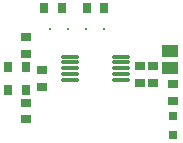
<source format=gtp>
G04*
G04 #@! TF.GenerationSoftware,Altium Limited,Altium Designer,22.9.1 (49)*
G04*
G04 Layer_Color=8421504*
%FSLAX25Y25*%
%MOIN*%
G70*
G04*
G04 #@! TF.SameCoordinates,15CD16B4-1F33-4ED9-8E61-9E20C37C55A6*
G04*
G04*
G04 #@! TF.FilePolarity,Positive*
G04*
G01*
G75*
G04:AMPARAMS|DCode=13|XSize=57.87mil|YSize=11.02mil|CornerRadius=1.38mil|HoleSize=0mil|Usage=FLASHONLY|Rotation=0.000|XOffset=0mil|YOffset=0mil|HoleType=Round|Shape=RoundedRectangle|*
%AMROUNDEDRECTD13*
21,1,0.05787,0.00827,0,0,0.0*
21,1,0.05512,0.01102,0,0,0.0*
1,1,0.00276,0.02756,-0.00413*
1,1,0.00276,-0.02756,-0.00413*
1,1,0.00276,-0.02756,0.00413*
1,1,0.00276,0.02756,0.00413*
%
%ADD13ROUNDEDRECTD13*%
%ADD14R,0.03543X0.03150*%
%ADD15R,0.02756X0.03543*%
%ADD16C,0.01181*%
%ADD17C,0.00394*%
%ADD18R,0.05339X0.04153*%
%ADD19R,0.03543X0.02756*%
%ADD20R,0.03150X0.03150*%
D13*
X495465Y328937D02*
D03*
Y326969D02*
D03*
Y325000D02*
D03*
Y323031D02*
D03*
Y321063D02*
D03*
X478535D02*
D03*
Y323031D02*
D03*
Y325000D02*
D03*
Y326969D02*
D03*
Y328937D02*
D03*
D14*
X506300Y320244D02*
D03*
Y325756D02*
D03*
X469181Y318850D02*
D03*
Y324362D02*
D03*
X464000Y308000D02*
D03*
Y313512D02*
D03*
X502000Y320244D02*
D03*
Y325756D02*
D03*
X464000Y335362D02*
D03*
Y329850D02*
D03*
D15*
X463953Y325606D02*
D03*
X458047D02*
D03*
X463953Y317764D02*
D03*
X458047D02*
D03*
X475953Y345000D02*
D03*
X470047D02*
D03*
X484094Y345000D02*
D03*
X490000D02*
D03*
D16*
X484000Y338000D02*
D03*
X478000D02*
D03*
X472000D02*
D03*
X489980Y338277D02*
D03*
D17*
X484020Y335223D02*
D03*
X478020D02*
D03*
X472020D02*
D03*
X490000Y335500D02*
D03*
D18*
X511800Y325043D02*
D03*
Y330757D02*
D03*
D19*
X513000Y314047D02*
D03*
Y319953D02*
D03*
D20*
X513000Y302850D02*
D03*
Y309150D02*
D03*
M02*

</source>
